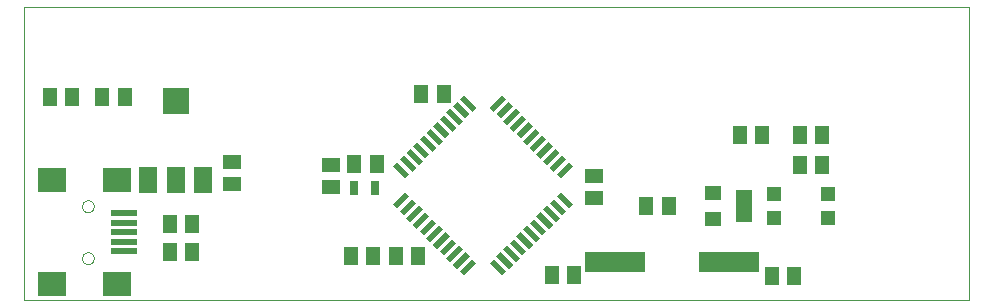
<source format=gtp>
G75*
G70*
%OFA0B0*%
%FSLAX24Y24*%
%IPPOS*%
%LPD*%
%AMOC8*
5,1,8,0,0,1.08239X$1,22.5*
%
%ADD10C,0.0000*%
%ADD11R,0.0591X0.0197*%
%ADD12R,0.0197X0.0591*%
%ADD13R,0.0512X0.0591*%
%ADD14R,0.0591X0.0512*%
%ADD15R,0.0512X0.0630*%
%ADD16R,0.0945X0.0787*%
%ADD17R,0.0909X0.0197*%
%ADD18R,0.2000X0.0700*%
%ADD19R,0.0315X0.0472*%
%ADD20R,0.0600X0.0900*%
%ADD21R,0.0900X0.0900*%
%ADD22R,0.0472X0.0472*%
%ADD23R,0.0551X0.1102*%
%ADD24R,0.0551X0.0472*%
D10*
X000202Y000242D02*
X000202Y009992D01*
X031702Y009992D01*
X031702Y000242D01*
X000202Y000242D01*
X002148Y001626D02*
X002150Y001653D01*
X002156Y001680D01*
X002165Y001706D01*
X002178Y001730D01*
X002194Y001753D01*
X002213Y001772D01*
X002235Y001789D01*
X002259Y001803D01*
X002284Y001813D01*
X002311Y001820D01*
X002338Y001823D01*
X002366Y001822D01*
X002393Y001817D01*
X002419Y001809D01*
X002443Y001797D01*
X002466Y001781D01*
X002487Y001763D01*
X002504Y001742D01*
X002519Y001718D01*
X002530Y001693D01*
X002538Y001667D01*
X002542Y001640D01*
X002542Y001612D01*
X002538Y001585D01*
X002530Y001559D01*
X002519Y001534D01*
X002504Y001510D01*
X002487Y001489D01*
X002466Y001471D01*
X002444Y001455D01*
X002419Y001443D01*
X002393Y001435D01*
X002366Y001430D01*
X002338Y001429D01*
X002311Y001432D01*
X002284Y001439D01*
X002259Y001449D01*
X002235Y001463D01*
X002213Y001480D01*
X002194Y001499D01*
X002178Y001522D01*
X002165Y001546D01*
X002156Y001572D01*
X002150Y001599D01*
X002148Y001626D01*
X002148Y003358D02*
X002150Y003385D01*
X002156Y003412D01*
X002165Y003438D01*
X002178Y003462D01*
X002194Y003485D01*
X002213Y003504D01*
X002235Y003521D01*
X002259Y003535D01*
X002284Y003545D01*
X002311Y003552D01*
X002338Y003555D01*
X002366Y003554D01*
X002393Y003549D01*
X002419Y003541D01*
X002443Y003529D01*
X002466Y003513D01*
X002487Y003495D01*
X002504Y003474D01*
X002519Y003450D01*
X002530Y003425D01*
X002538Y003399D01*
X002542Y003372D01*
X002542Y003344D01*
X002538Y003317D01*
X002530Y003291D01*
X002519Y003266D01*
X002504Y003242D01*
X002487Y003221D01*
X002466Y003203D01*
X002444Y003187D01*
X002419Y003175D01*
X002393Y003167D01*
X002366Y003162D01*
X002338Y003161D01*
X002311Y003164D01*
X002284Y003171D01*
X002259Y003181D01*
X002235Y003195D01*
X002213Y003212D01*
X002194Y003231D01*
X002178Y003254D01*
X002165Y003278D01*
X002156Y003304D01*
X002150Y003331D01*
X002148Y003358D01*
D11*
G36*
X013062Y003693D02*
X012646Y003277D01*
X012508Y003415D01*
X012924Y003831D01*
X013062Y003693D01*
G37*
G36*
X013285Y003470D02*
X012869Y003054D01*
X012731Y003192D01*
X013147Y003608D01*
X013285Y003470D01*
G37*
G36*
X013508Y003248D02*
X013092Y002832D01*
X012954Y002970D01*
X013370Y003386D01*
X013508Y003248D01*
G37*
G36*
X013730Y003025D02*
X013314Y002609D01*
X013176Y002747D01*
X013592Y003163D01*
X013730Y003025D01*
G37*
G36*
X013953Y002802D02*
X013537Y002386D01*
X013399Y002524D01*
X013815Y002940D01*
X013953Y002802D01*
G37*
G36*
X014176Y002579D02*
X013760Y002163D01*
X013622Y002301D01*
X014038Y002717D01*
X014176Y002579D01*
G37*
G36*
X014398Y002357D02*
X013982Y001941D01*
X013844Y002079D01*
X014260Y002495D01*
X014398Y002357D01*
G37*
G36*
X014621Y002134D02*
X014205Y001718D01*
X014067Y001856D01*
X014483Y002272D01*
X014621Y002134D01*
G37*
G36*
X014844Y001911D02*
X014428Y001495D01*
X014290Y001633D01*
X014706Y002049D01*
X014844Y001911D01*
G37*
G36*
X015067Y001689D02*
X014651Y001273D01*
X014513Y001411D01*
X014929Y001827D01*
X015067Y001689D01*
G37*
G36*
X015289Y001466D02*
X014873Y001050D01*
X014735Y001188D01*
X015151Y001604D01*
X015289Y001466D01*
G37*
G36*
X018519Y004695D02*
X018103Y004279D01*
X017965Y004417D01*
X018381Y004833D01*
X018519Y004695D01*
G37*
G36*
X018296Y004918D02*
X017880Y004502D01*
X017742Y004640D01*
X018158Y005056D01*
X018296Y004918D01*
G37*
G36*
X018073Y005141D02*
X017657Y004725D01*
X017519Y004863D01*
X017935Y005279D01*
X018073Y005141D01*
G37*
G36*
X017850Y005363D02*
X017434Y004947D01*
X017296Y005085D01*
X017712Y005501D01*
X017850Y005363D01*
G37*
G36*
X017628Y005586D02*
X017212Y005170D01*
X017074Y005308D01*
X017490Y005724D01*
X017628Y005586D01*
G37*
G36*
X017405Y005809D02*
X016989Y005393D01*
X016851Y005531D01*
X017267Y005947D01*
X017405Y005809D01*
G37*
G36*
X017182Y006031D02*
X016766Y005615D01*
X016628Y005753D01*
X017044Y006169D01*
X017182Y006031D01*
G37*
G36*
X016960Y006254D02*
X016544Y005838D01*
X016406Y005976D01*
X016822Y006392D01*
X016960Y006254D01*
G37*
G36*
X016737Y006477D02*
X016321Y006061D01*
X016183Y006199D01*
X016599Y006615D01*
X016737Y006477D01*
G37*
G36*
X016514Y006700D02*
X016098Y006284D01*
X015960Y006422D01*
X016376Y006838D01*
X016514Y006700D01*
G37*
G36*
X016291Y006922D02*
X015875Y006506D01*
X015737Y006644D01*
X016153Y007060D01*
X016291Y006922D01*
G37*
D12*
G36*
X015289Y006644D02*
X015151Y006506D01*
X014735Y006922D01*
X014873Y007060D01*
X015289Y006644D01*
G37*
G36*
X015067Y006422D02*
X014929Y006284D01*
X014513Y006700D01*
X014651Y006838D01*
X015067Y006422D01*
G37*
G36*
X014844Y006199D02*
X014706Y006061D01*
X014290Y006477D01*
X014428Y006615D01*
X014844Y006199D01*
G37*
G36*
X014621Y005976D02*
X014483Y005838D01*
X014067Y006254D01*
X014205Y006392D01*
X014621Y005976D01*
G37*
G36*
X014398Y005753D02*
X014260Y005615D01*
X013844Y006031D01*
X013982Y006169D01*
X014398Y005753D01*
G37*
G36*
X014176Y005531D02*
X014038Y005393D01*
X013622Y005809D01*
X013760Y005947D01*
X014176Y005531D01*
G37*
G36*
X013953Y005308D02*
X013815Y005170D01*
X013399Y005586D01*
X013537Y005724D01*
X013953Y005308D01*
G37*
G36*
X013730Y005085D02*
X013592Y004947D01*
X013176Y005363D01*
X013314Y005501D01*
X013730Y005085D01*
G37*
G36*
X013508Y004863D02*
X013370Y004725D01*
X012954Y005141D01*
X013092Y005279D01*
X013508Y004863D01*
G37*
G36*
X013285Y004640D02*
X013147Y004502D01*
X012731Y004918D01*
X012869Y005056D01*
X013285Y004640D01*
G37*
G36*
X013062Y004417D02*
X012924Y004279D01*
X012508Y004695D01*
X012646Y004833D01*
X013062Y004417D01*
G37*
G36*
X017850Y002747D02*
X017712Y002609D01*
X017296Y003025D01*
X017434Y003163D01*
X017850Y002747D01*
G37*
G36*
X017628Y002524D02*
X017490Y002386D01*
X017074Y002802D01*
X017212Y002940D01*
X017628Y002524D01*
G37*
G36*
X017405Y002301D02*
X017267Y002163D01*
X016851Y002579D01*
X016989Y002717D01*
X017405Y002301D01*
G37*
G36*
X017182Y002079D02*
X017044Y001941D01*
X016628Y002357D01*
X016766Y002495D01*
X017182Y002079D01*
G37*
G36*
X016960Y001856D02*
X016822Y001718D01*
X016406Y002134D01*
X016544Y002272D01*
X016960Y001856D01*
G37*
G36*
X016737Y001633D02*
X016599Y001495D01*
X016183Y001911D01*
X016321Y002049D01*
X016737Y001633D01*
G37*
G36*
X016514Y001411D02*
X016376Y001273D01*
X015960Y001689D01*
X016098Y001827D01*
X016514Y001411D01*
G37*
G36*
X016291Y001188D02*
X016153Y001050D01*
X015737Y001466D01*
X015875Y001604D01*
X016291Y001188D01*
G37*
G36*
X018073Y002970D02*
X017935Y002832D01*
X017519Y003248D01*
X017657Y003386D01*
X018073Y002970D01*
G37*
G36*
X018296Y003192D02*
X018158Y003054D01*
X017742Y003470D01*
X017880Y003608D01*
X018296Y003192D01*
G37*
G36*
X018519Y003415D02*
X018381Y003277D01*
X017965Y003693D01*
X018103Y003831D01*
X018519Y003415D01*
G37*
D13*
X013351Y001682D03*
X012603Y001682D03*
X011856Y001712D03*
X011108Y001712D03*
X017803Y001062D03*
X018551Y001062D03*
X025133Y001032D03*
X025881Y001032D03*
X011966Y004757D03*
X011218Y004757D03*
X013463Y007107D03*
X014211Y007107D03*
X003576Y006992D03*
X002828Y006992D03*
X001826Y006992D03*
X001078Y006992D03*
D14*
X007147Y004831D03*
X007147Y004083D03*
X010452Y003993D03*
X010452Y004741D03*
X019202Y004366D03*
X019202Y003618D03*
D15*
X020953Y003367D03*
X021701Y003367D03*
X026078Y004742D03*
X026826Y004742D03*
X026826Y005742D03*
X026078Y005742D03*
X024826Y005742D03*
X024078Y005742D03*
X005826Y002752D03*
X005078Y002752D03*
X005078Y001832D03*
X005826Y001832D03*
D16*
X003330Y000760D03*
X001164Y000760D03*
X001164Y004224D03*
X003330Y004224D03*
D17*
X003552Y003122D03*
X003552Y002807D03*
X003552Y002492D03*
X003552Y002177D03*
X003552Y001862D03*
D18*
X019927Y001492D03*
X023727Y001492D03*
D19*
X011916Y003952D03*
X011207Y003952D03*
D20*
X006175Y004235D03*
X005265Y004235D03*
X004355Y004235D03*
D21*
X005265Y006875D03*
D22*
X025202Y003780D03*
X027014Y003780D03*
X027014Y002954D03*
X025202Y002954D03*
D23*
X024213Y003367D03*
D24*
X023190Y003800D03*
X023190Y002934D03*
M02*

</source>
